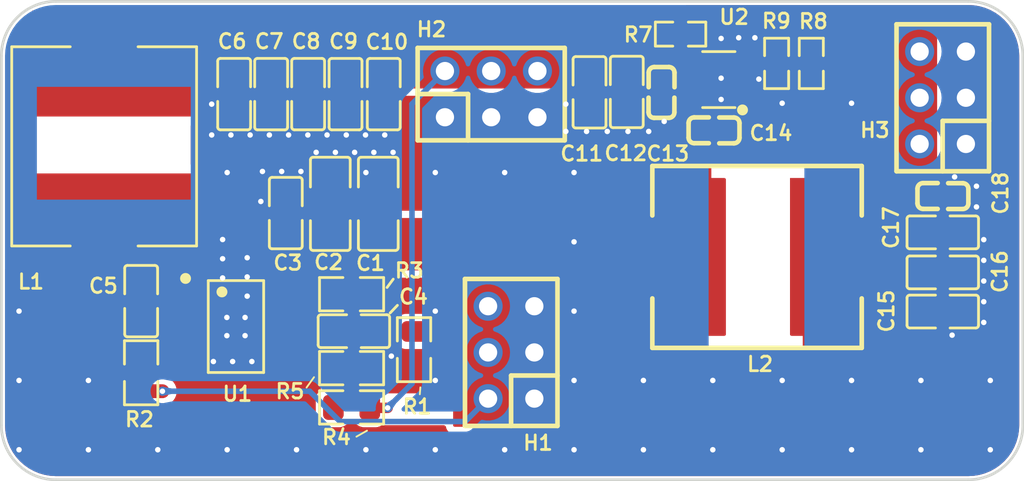
<source format=kicad_pcb>
(kicad_pcb (version 20240108) (generator "pcbnew") (generator_version "8.0")
  (layers (0 "F.Cu" signal "Top Layer") (31 "B.Cu" signal "Bottom Layer") (34 "B.Paste" user "Bottom Paste") (35 "F.Paste" user "Top Paste") (36 "B.SilkS" user "Bottom Overlay") (37 "F.SilkS" user "Top Overlay") (38 "B.Mask" user "Bottom Solder") (39 "F.Mask" user "Top Solder") (44 "Edge.Cuts" user))
  (net 0 "")
  (net 1 "+24V")
  (net 2 "GND")
  (net 3 "/RT7272_COMP")
  (net 4 "/RT7272_SW")
  (net 5 "/RT7272_BOOT")
  (net 6 "+12V")
  (net 7 "/MT2492_BS")
  (net 8 "/MT2492_SW")
  (net 9 "+5V")
  (net 10 "/RT7272_EN")
  (net 11 "/RT7272_RLIM")
  (net 12 "/RT7272_FB")
  (net 13 "/MT2492_EN")
  (net 14 "/MT2492_FB")
  (net 15 "/1")
  (footprint "jlc_library:C0805" (layer "F.Cu") (at 78.9479 82.2911 -90)
    (property "Reference" "C6" (at -2.43 0.99 180) (layer "F.SilkS") (effects (font (size 0.8 0.8) (thickness 0.1525)) (justify left bottom)))
    (property "Value" "22uF/X7R" (hide yes))
    (pad "1" smd roundrect (at -1 0 270) (size 1.41 1.35) (layers "F.Cu" "F.Paste" "F.Mask") (net 6 "+12V"))
    (pad "2" smd roundrect (at 1 0 270) (size 1.41 1.35) (layers "F.Cu" "F.Paste" "F.Mask") (net 2 "GND"))
  )
  (footprint "jlc_library:HDR-TH_6P-P2.54-V-F-R2-C3-S2.54" (layer "F.Cu") (at 93.0644 82.2921)
    (property "Reference" "H2" (at -4.18 -3.09 0) (layer "F.SilkS") (effects (font (size 0.8 0.8) (thickness 0.1525)) (justify left bottom)))
    (property "Value" "~" (hide yes))
    (pad "1" thru_hole rect (at -2.54 1.27) (size 1.7 1.6) (drill 1) (layers "*.Cu" "*.Mask") (net 2 "GND"))
    (pad "2" thru_hole circle (at -2.54 -1.27) (size 1.6 1.6) (drill 1) (layers "*.Cu" "*.Mask") (net 6 "+12V"))
    (pad "3" thru_hole circle (at 0 1.27) (size 1.6 1.6) (drill 1) (layers "*.Cu" "*.Mask") (net 2 "GND"))
    (pad "4" thru_hole circle (at 0 -1.27) (size 1.6 1.6) (drill 1) (layers "*.Cu" "*.Mask") (net 6 "+12V"))
    (pad "5" thru_hole circle (at 2.54 1.27) (size 1.6 1.6) (drill 1) (layers "*.Cu" "*.Mask") (net 2 "GND"))
    (pad "6" thru_hole circle (at 2.54 -1.27) (size 1.6 1.6) (drill 1) (layers "*.Cu" "*.Mask") (net 6 "+12V"))
  )
  (footprint "jlc_library:R0603" (layer "F.Cu") (at 103.4644 78.9921)
    (property "Reference" "R7" (at -3.21 0.5 0) (layer "F.SilkS") (effects (font (size 0.8 0.8) (thickness 0.1525)) (justify left bottom)))
    (property "Value" "100KΩ" (hide yes))
    (pad "1" smd roundrect (at -0.7535 0) (size 0.8065 0.864) (layers "F.Cu" "F.Paste" "F.Mask") (net 6 "+12V"))
    (pad "2" smd roundrect (at 0.7535 0) (size 0.8065 0.864) (layers "F.Cu" "F.Paste" "F.Mask") (net 13 "/MT2492_EN"))
  )
  (footprint "jlc_library:C0805" (layer "F.Cu") (at 81.7844 88.831323 -90)
    (property "Reference" "C3" (at 3.200777 0.77 180) (layer "F.SilkS") (effects (font (size 0.8 0.8) (thickness 0.1525)) (justify left bottom)))
    (property "Value" "100nF/X7R" (hide yes))
    (pad "1" smd roundrect (at -1 0 270) (size 1.41 1.35) (layers "F.Cu" "F.Paste" "F.Mask") (net 2 "GND"))
    (pad "2" smd roundrect (at 1 0 270) (size 1.41 1.35) (layers "F.Cu" "F.Paste" "F.Mask") (net 1 "+24V"))
  )
  (footprint "jlc_library:C0805" (layer "F.Cu") (at 100.5104 82.1723 90)
    (property "Reference" "C12" (at -3.8398 -1.316 0) (layer "F.SilkS") (effects (font (size 0.8 0.8) (thickness 0.1525)) (justify left bottom)))
    (property "Value" "22uF/X7R" (hide yes))
    (pad "1" smd roundrect (at -1 0 90) (size 1.41 1.35) (layers "F.Cu" "F.Paste" "F.Mask") (net 2 "GND"))
    (pad "2" smd roundrect (at 1 0 90) (size 1.41 1.35) (layers "F.Cu" "F.Paste" "F.Mask") (net 6 "+12V"))
  )
  (footprint "jlc_library:SOIC-8_L5.0-W4.0-P1.27-LS6.0-BL-EP2.0" (layer "F.Cu") (at 79.0479 95.0691 -90)
    (property "Reference" "U1" (at 4.173 0.8235 0) (layer "F.SilkS") (effects (font (size 0.8 0.8) (thickness 0.1525)) (justify left bottom)))
    (property "Value" "~" (hide yes))
    (pad "1" smd oval (at -1.905 2.769 270) (size 0.574 2.038) (layers "F.Cu" "F.Paste" "F.Mask") (net 4 "/RT7272_SW"))
    (pad "2" smd oval (at -0.635 2.769 270) (size 0.574 2.038) (layers "F.Cu" "F.Paste" "F.Mask") (net 5 "/RT7272_BOOT"))
    (pad "3" smd oval (at 0.635 2.769 270) (size 0.574 2.038) (layers "F.Cu" "F.Paste" "F.Mask") (net 10 "/RT7272_EN"))
    (pad "4" smd oval (at 1.905 2.769 270) (size 0.574 2.038) (layers "F.Cu" "F.Paste" "F.Mask") (net 2 "GND"))
    (pad "5" smd oval (at 1.905 -2.769 270) (size 0.574 2.038) (layers "F.Cu" "F.Paste" "F.Mask") (net 12 "/RT7272_FB"))
    (pad "6" smd oval (at 0.635 -2.769 270) (size 0.574 2.038) (layers "F.Cu" "F.Paste" "F.Mask") (net 3 "/RT7272_COMP"))
    (pad "7" smd oval (at -0.635 -2.769 270) (size 0.574 2.038) (layers "F.Cu" "F.Paste" "F.Mask") (net 11 "/RT7272_RLIM"))
    (pad "8" smd oval (at -1.905 -2.769 270) (size 0.574 2.038) (layers "F.Cu" "F.Paste" "F.Mask") (net 1 "+24V"))
    (pad "9" smd rect (at 0 0 270) (size 2 2) (layers "F.Cu" "F.Paste" "F.Mask") (net 2 "GND"))
  )
  (footprint "jlc_library:C0805" (layer "F.Cu") (at 117.8644 94.244516 180)
    (property "Reference" "C15" (at 2.62 -1.237584 90) (layer "F.SilkS") (effects (font (size 0.8 0.8) (thickness 0.1525)) (justify left bottom)))
    (property "Value" "22uF/X7R" (hide yes))
    (pad "1" smd roundrect (at -1 0 180) (size 1.41 1.35) (layers "F.Cu" "F.Paste" "F.Mask") (net 2 "GND"))
    (pad "2" smd roundrect (at 1 0 180) (size 1.41 1.35) (layers "F.Cu" "F.Paste" "F.Mask") (net 9 "+5V"))
  )
  (footprint "jlc_library:R0805" (layer "F.Cu") (at 85.3979 99.5141)
    (property "Reference" "R4" (at -1.7135 2.108 0) (layer "F.SilkS") (effects (font (size 0.8 0.8) (thickness 0.1525)) (justify left bottom)))
    (property "Value" "70kΩ 1%" (hide yes))
    (pad "1" smd roundrect (at -1 0) (size 1.1325 1.377) (layers "F.Cu" "F.Paste" "F.Mask") (net 12 "/RT7272_FB"))
    (pad "2" smd roundrect (at 1 0) (size 1.1325 1.377) (layers "F.Cu" "F.Paste" "F.Mask") (net 6 "+12V"))
  )
  (footprint "jlc_library:C0603" (layer "F.Cu") (at 105.3104 84.2861)
    (property "Reference" "C14" (at 1.854 0.616 0) (layer "F.SilkS") (effects (font (size 0.8 0.8) (thickness 0.1525)) (justify left bottom)))
    (property "Value" "22nF" (hide yes))
    (pad "1" smd roundrect (at -0.7 0) (size 0.8 0.9) (layers "F.Cu" "F.Paste" "F.Mask") (net 8 "/MT2492_SW"))
    (pad "2" smd roundrect (at 0.7 0) (size 0.8 0.9) (layers "F.Cu" "F.Paste" "F.Mask") (net 7 "/MT2492_BS"))
  )
  (footprint "jlc_library:C0603" (layer "F.Cu") (at 117.8644 87.8921 180)
    (property "Reference" "C18" (at -3.64 -1.11 -90) (layer "F.SilkS") (effects (font (size 0.8 0.8) (thickness 0.1525)) (justify left bottom)))
    (property "Value" "100nF" (hide yes))
    (pad "1" smd roundrect (at -0.7 0 180) (size 0.8 0.9) (layers "F.Cu" "F.Paste" "F.Mask") (net 2 "GND"))
    (pad "2" smd roundrect (at 0.7 0 180) (size 0.8 0.9) (layers "F.Cu" "F.Paste" "F.Mask") (net 9 "+5V"))
  )
  (footprint "jlc_library:HDR-TH_6P-P2.54-V-F-R2-C3-S2.54" (layer "F.Cu") (at 117.8644 82.4921 90)
    (property "Reference" "H3" (at -2.25 -4.63 180) (layer "F.SilkS") (effects (font (size 0.8 0.8) (thickness 0.1525)) (justify left bottom)))
    (property "Value" "~" (hide yes))
    (pad "1" thru_hole rect (at -2.54 1.27 90) (size 1.7 1.6) (drill 1) (layers "*.Cu" "*.Mask") (net 2 "GND"))
    (pad "2" thru_hole circle (at -2.54 -1.27 90) (size 1.6 1.6) (drill 1) (layers "*.Cu" "*.Mask") (net 9 "+5V"))
    (pad "3" thru_hole circle (at 0 1.27 90) (size 1.6 1.6) (drill 1) (layers "*.Cu" "*.Mask") (net 2 "GND"))
    (pad "4" thru_hole circle (at 0 -1.27 90) (size 1.6 1.6) (drill 1) (layers "*.Cu" "*.Mask") (net 9 "+5V"))
    (pad "5" thru_hole circle (at 2.54 1.27 90) (size 1.6 1.6) (drill 1) (layers "*.Cu" "*.Mask") (net 2 "GND"))
    (pad "6" thru_hole circle (at 2.54 -1.27 90) (size 1.6 1.6) (drill 1) (layers "*.Cu" "*.Mask") (net 9 "+5V"))
  )
  (footprint "jlc_library:R0805" (layer "F.Cu") (at 73.8409 97.6091 90)
    (property "Reference" "R2" (at -3.033 -0.9765 180) (layer "F.SilkS") (effects (font (size 0.8 0.8) (thickness 0.1525)) (justify left bottom)))
    (property "Value" "100kΩ" (hide yes))
    (pad "1" smd roundrect (at -1 0 90) (size 1.1325 1.377) (layers "F.Cu" "F.Paste" "F.Mask") (net 1 "+24V"))
    (pad "2" smd roundrect (at 1 0 90) (size 1.1325 1.377) (layers "F.Cu" "F.Paste" "F.Mask") (net 10 "/RT7272_EN"))
  )
  (footprint "jlc_library:SOT-23-6_L2.9-W1.6-P0.95-LS2.8-BL" (layer "F.Cu") (at 105.5644 81.4921 90)
    (property "Reference" "U2" (at 2.97 -0.06 180) (layer "F.SilkS") (effects (font (size 0.8 0.8) (thickness 0.1525)) (justify left bottom)))
    (property "Value" "~" (hide yes))
    (pad "1" smd roundrect (at -0.95 1.149 90) (size 0.532 1.072) (layers "F.Cu" "F.Paste" "F.Mask") (net 7 "/MT2492_BS"))
    (pad "2" smd roundrect (at 0 1.149 90) (size 0.532 1.072) (layers "F.Cu" "F.Paste" "F.Mask") (net 2 "GND"))
    (pad "3" smd roundrect (at 0.95 1.149 90) (size 0.532 1.072) (layers "F.Cu" "F.Paste" "F.Mask") (net 14 "/MT2492_FB"))
    (pad "4" smd roundrect (at 0.95 -1.149 90) (size 0.532 1.072) (layers "F.Cu" "F.Paste" "F.Mask") (net 13 "/MT2492_EN"))
    (pad "5" smd roundrect (at 0 -1.149 90) (size 0.532 1.072) (layers "F.Cu" "F.Paste" "F.Mask") (net 6 "+12V"))
    (pad "6" smd roundrect (at -0.95 -1.149 90) (size 0.532 1.072) (layers "F.Cu" "F.Paste" "F.Mask") (net 8 "/MT2492_SW"))
  )
  (footprint "jlc_library:C0805" (layer "F.Cu") (at 98.4644 82.1921 90)
    (property "Reference" "C11" (at -3.84 -1.69 0) (layer "F.SilkS") (effects (font (size 0.8 0.8) (thickness 0.1525)) (justify left bottom)))
    (property "Value" "22uF/X7R" (hide yes))
    (pad "1" smd roundrect (at -1 0 90) (size 1.41 1.35) (layers "F.Cu" "F.Paste" "F.Mask") (net 2 "GND"))
    (pad "2" smd roundrect (at 1 0 90) (size 1.41 1.35) (layers "F.Cu" "F.Paste" "F.Mask") (net 6 "+12V"))
  )
  (footprint "jlc_library:C0805" (layer "F.Cu") (at 83.0119 82.2911 -90)
    (property "Reference" "C8" (at -2.43 0.99 180) (layer "F.SilkS") (effects (font (size 0.8 0.8) (thickness 0.1525)) (justify left bottom)))
    (property "Value" "22uF/X7R" (hide yes))
    (pad "1" smd roundrect (at -1 0 270) (size 1.41 1.35) (layers "F.Cu" "F.Paste" "F.Mask") (net 6 "+12V"))
    (pad "2" smd roundrect (at 1 0 270) (size 1.41 1.35) (layers "F.Cu" "F.Paste" "F.Mask") (net 2 "GND"))
  )
  (footprint "jlc_library:R0603" (layer "F.Cu") (at 110.6444 80.6031 -90)
    (property "Reference" "R8" (at -1.841 0.77 0) (layer "F.SilkS") (effects (font (size 0.8 0.8) (thickness 0.1525)) (justify left bottom)))
    (property "Value" "147kΩ 1%" (hide yes))
    (pad "1" smd roundrect (at -0.7535 0 270) (size 0.8065 0.864) (layers "F.Cu" "F.Paste" "F.Mask") (net 14 "/MT2492_FB"))
    (pad "2" smd roundrect (at 0.7535 0 270) (size 0.8065 0.864) (layers "F.Cu" "F.Paste" "F.Mask") (net 9 "+5V"))
  )
  (footprint "jlc_library:C0805" (layer "F.Cu") (at 117.8644 92.0921 180)
    (property "Reference" "C16" (at -3.6 -1.22 90) (layer "F.SilkS") (effects (font (size 0.8 0.8) (thickness 0.1525)) (justify left bottom)))
    (property "Value" "22uF/X7R" (hide yes))
    (pad "1" smd roundrect (at -1 0 180) (size 1.41 1.35) (layers "F.Cu" "F.Paste" "F.Mask") (net 2 "GND"))
    (pad "2" smd roundrect (at 1 0 180) (size 1.41 1.35) (layers "F.Cu" "F.Paste" "F.Mask") (net 9 "+5V"))
  )
  (footprint "jlc_library:C0805" (layer "F.Cu") (at 85.0644 82.2921 -90)
    (property "Reference" "C9" (at -2.43 0.99 180) (layer "F.SilkS") (effects (font (size 0.8 0.8) (thickness 0.1525)) (justify left bottom)))
    (property "Value" "22uF/X7R" (hide yes))
    (pad "1" smd roundrect (at -1 0 270) (size 1.41 1.35) (layers "F.Cu" "F.Paste" "F.Mask") (net 6 "+12V"))
    (pad "2" smd roundrect (at 1 0 270) (size 1.41 1.35) (layers "F.Cu" "F.Paste" "F.Mask") (net 2 "GND"))
  )
  (footprint "jlc_library:IND-SMD_L11.5-W10.0_FXL1040" (layer "F.Cu") (at 107.6644 91.2421)
    (property "Reference" "L2" (at -0.64 6.36 0) (layer "F.SilkS") (effects (font (size 0.8 0.8)) (justify left bottom)))
    (property "Value" "15uH" (hide yes))
    (pad "1" smd roundrect (at -4.75 0) (size 4.1 4.1) (layers "F.Cu" "F.Paste" "F.Mask") (net 8 "/MT2492_SW"))
    (pad "2" smd roundrect (at 4.75 0) (size 4.1 4.1) (layers "F.Cu" "F.Paste" "F.Mask") (net 9 "+5V"))
  )
  (footprint "jlc_library:C0805" (layer "F.Cu") (at 80.9799 82.2911 -90)
    (property "Reference" "C7" (at -2.43 0.99 180) (layer "F.SilkS") (effects (font (size 0.8 0.8) (thickness 0.1525)) (justify left bottom)))
    (property "Value" "22uF/X7R" (hide yes))
    (pad "1" smd roundrect (at -1 0 270) (size 1.41 1.35) (layers "F.Cu" "F.Paste" "F.Mask") (net 6 "+12V"))
    (pad "2" smd roundrect (at 1 0 270) (size 1.41 1.35) (layers "F.Cu" "F.Paste" "F.Mask") (net 2 "GND"))
  )
  (footprint "jlc_library:IND-SMD_L10.8-W10.0_SLO1040H" (layer "F.Cu") (at 71.8089 85.1631 -90)
    (property "Reference" "L1" (at 7.909 4.8245 0) (layer "F.SilkS") (effects (font (size 0.8 0.8)) (justify left bottom)))
    (property "Value" "15uH" (hide yes))
    (pad "1" smd roundrect (at 4.778 0 270) (size 2.924 3.42) (layers "F.Cu" "F.Paste" "F.Mask") (net 4 "/RT7272_SW"))
    (pad "2" smd roundrect (at -4.778 0 270) (size 2.924 3.42) (layers "F.Cu" "F.Paste" "F.Mask") (net 6 "+12V"))
  )
  (footprint "jlc_library:R0805" (layer "F.Cu") (at 85.3979 97.3551 180)
    (property "Reference" "R5" (at 4.2635 -1.747 180) (layer "F.SilkS") (effects (font (size 0.8 0.8) (thickness 0.1525)) (justify left bottom)))
    (property "Value" "5kΩ 1%" (hide yes))
    (pad "1" smd roundrect (at -1 0 180) (size 1.1325 1.377) (layers "F.Cu" "F.Paste" "F.Mask") (net 2 "GND"))
    (pad "2" smd roundrect (at 1 0 180) (size 1.1325 1.377) (layers "F.Cu" "F.Paste" "F.Mask") (net 12 "/RT7272_FB"))
  )
  (footprint "jlc_library:C1206" (layer "F.Cu") (at 84.2299 88.323323 90)
    (property "Reference" "C2" (at -3.678777 -0.9755 180) (layer "F.SilkS") (effects (font (size 0.8 0.8) (thickness 0.1525)) (justify left bottom)))
    (property "Value" "22uF/X7R" (hide yes))
    (pad "1" smd roundrect (at -1.5925 0 90) (size 1.485 1.728) (layers "F.Cu" "F.Paste" "F.Mask") (net 1 "+24V"))
    (pad "2" smd roundrect (at 1.5925 0 90) (size 1.485 1.728) (layers "F.Cu" "F.Paste" "F.Mask") (net 2 "GND"))
  )
  (footprint "jlc_library:C1206" (layer "F.Cu") (at 86.8644 88.323323 90)
    (property "Reference" "C1" (at -3.728777 -1.31 180) (layer "F.SilkS") (effects (font (size 0.8 0.8) (thickness 0.1525)) (justify left bottom)))
    (property "Value" "22uF/X7R" (hide yes))
    (pad "1" smd roundrect (at -1.5925 0 90) (size 1.485 1.728) (layers "F.Cu" "F.Paste" "F.Mask") (net 1 "+24V"))
    (pad "2" smd roundrect (at 1.5925 0 90) (size 1.485 1.728) (layers "F.Cu" "F.Paste" "F.Mask") (net 2 "GND"))
  )
  (footprint "jlc_library:R0603" (layer "F.Cu") (at 108.7394 80.6031 90)
    (property "Reference" "R9" (at 1.861 -0.895 180) (layer "F.SilkS") (effects (font (size 0.8 0.8) (thickness 0.1525)) (justify left bottom)))
    (property "Value" "20kΩ 1%" (hide yes))
    (pad "1" smd roundrect (at -0.7535 0 90) (size 0.8065 0.864) (layers "F.Cu" "F.Paste" "F.Mask") (net 2 "GND"))
    (pad "2" smd roundrect (at 0.7535 0 90) (size 0.8065 0.864) (layers "F.Cu" "F.Paste" "F.Mask") (net 14 "/MT2492_FB"))
  )
  (footprint "jlc_library:C0603" (layer "F.Cu") (at 102.4218 82.1921 90)
    (property "Reference" "C13" (at -3.84 -0.9174 180) (layer "F.SilkS") (effects (font (size 0.8 0.8) (thickness 0.1525)) (justify left bottom)))
    (property "Value" "100nF" (hide yes))
    (pad "1" smd roundrect (at -0.7 0 90) (size 0.8 0.9) (layers "F.Cu" "F.Paste" "F.Mask") (net 2 "GND"))
    (pad "2" smd roundrect (at 0.7 0 90) (size 0.8 0.9) (layers "F.Cu" "F.Paste" "F.Mask") (net 6 "+12V"))
  )
  (footprint "jlc_library:C0805" (layer "F.Cu") (at 87.1644 82.2921 -90)
    (property "Reference" "C10" (at -2.4 1.09 180) (layer "F.SilkS") (effects (font (size 0.8 0.8) (thickness 0.1525)) (justify left bottom)))
    (property "Value" "100nF/X7R" (hide yes))
    (pad "1" smd roundrect (at -1 0 270) (size 1.41 1.35) (layers "F.Cu" "F.Paste" "F.Mask") (net 6 "+12V"))
    (pad "2" smd roundrect (at 1 0 270) (size 1.41 1.35) (layers "F.Cu" "F.Paste" "F.Mask") (net 2 "GND"))
  )
  (footprint "jlc_library:R0805" (layer "F.Cu") (at 85.3979 93.2911 180)
    (property "Reference" "R3" (at -2.2865 0.829 180) (layer "F.SilkS") (effects (font (size 0.8 0.8) (thickness 0.1525)) (justify left bottom)))
    (property "Value" "137kΩ" (hide yes))
    (pad "1" smd roundrect (at -1 0 180) (size 1.1325 1.377) (layers "F.Cu" "F.Paste" "F.Mask") (net 2 "GND"))
    (pad "2" smd roundrect (at 1 0 180) (size 1.1325 1.377) (layers "F.Cu" "F.Paste" "F.Mask") (net 11 "/RT7272_RLIM"))
  )
  (footprint "jlc_library:C0805" (layer "F.Cu") (at 117.8644 89.8921 180)
    (property "Reference" "C17" (at 2.37 -1 -90) (layer "F.SilkS") (effects (font (size 0.8 0.8) (thickness 0.1525)) (justify left bottom)))
    (property "Value" "22uF/X7R" (hide yes))
    (pad "1" smd roundrect (at -1 0 180) (size 1.41 1.35) (layers "F.Cu" "F.Paste" "F.Mask") (net 2 "GND"))
    (pad "2" smd roundrect (at 1 0 180) (size 1.41 1.35) (layers "F.Cu" "F.Paste" "F.Mask") (net 9 "+5V"))
  )
  (footprint "jlc_library:R0805" (layer "F.Cu") (at 88.8269 96.3391 90)
    (property "Reference" "R1" (at -3.603 -0.7125 180) (layer "F.SilkS") (effects (font (size 0.8 0.8) (thickness 0.1525)) (justify left bottom)))
    (property "Value" "47kΩ" (hide yes))
    (pad "1" smd roundrect (at -1 0 90) (size 1.1325 1.377) (layers "F.Cu" "F.Paste" "F.Mask") (net 2 "GND"))
    (pad "2" smd roundrect (at 1 0 90) (size 1.1325 1.377) (layers "F.Cu" "F.Paste" "F.Mask") (net 15 "/1"))
  )
  (footprint "jlc_library:C0805" (layer "F.Cu") (at 85.5249 95.3231 180)
    (property "Reference" "C4" (at -2.389833 1.422083 180) (layer "F.SilkS") (effects (font (size 0.8 0.8) (thickness 0.1525)) (justify left bottom)))
    (property "Value" "2.7nF/X7R" (hide yes))
    (pad "1" smd roundrect (at -1 0 180) (size 1.41 1.35) (layers "F.Cu" "F.Paste" "F.Mask") (net 15 "/1"))
    (pad "2" smd roundrect (at 1 0 180) (size 1.41 1.35) (layers "F.Cu" "F.Paste" "F.Mask") (net 3 "/RT7272_COMP"))
  )
  (footprint "jlc_library:C0805" (layer "F.Cu") (at 73.8409 93.6721 -90)
    (property "Reference" "C5" (at -0.37 2.9565 180) (layer "F.SilkS") (effects (font (size 0.8 0.8) (thickness 0.1525)) (justify left bottom)))
    (property "Value" "100nF/X7R" (hide yes))
    (pad "1" smd roundrect (at -1 0 270) (size 1.41 1.35) (layers "F.Cu" "F.Paste" "F.Mask") (net 4 "/RT7272_SW"))
    (pad "2" smd roundrect (at 1 0 270) (size 1.41 1.35) (layers "F.Cu" "F.Paste" "F.Mask") (net 5 "/RT7272_BOOT"))
  )
  (footprint "jlc_library:HDR-TH_6P-P2.54-V-F-R2-C3-S2.54" (layer "F.Cu") (at 94.1644 96.4921 90)
    (property "Reference" "H1" (at -5.44 0.57 180) (layer "F.SilkS") (effects (font (size 0.8 0.8) (thickness 0.1525)) (justify left bottom)))
    (property "Value" "~" (hide yes))
    (pad "1" thru_hole rect (at -2.54 1.27 90) (size 1.7 1.6) (drill 1) (layers "*.Cu" "*.Mask") (net 2 "GND"))
    (pad "2" thru_hole circle (at -2.54 -1.27 90) (size 1.6 1.6) (drill 1) (layers "*.Cu" "*.Mask") (net 1 "+24V"))
    (pad "3" thru_hole circle (at 0 1.27 90) (size 1.6 1.6) (drill 1) (layers "*.Cu" "*.Mask") (net 2 "GND"))
    (pad "4" thru_hole circle (at 0 -1.27 90) (size 1.6 1.6) (drill 1) (layers "*.Cu" "*.Mask") (net 1 "+24V"))
    (pad "5" thru_hole circle (at 2.54 1.27 90) (size 1.6 1.6) (drill 1) (layers "*.Cu" "*.Mask") (net 2 "GND"))
    (pad "6" thru_hole circle (at 2.54 -1.27 90) (size 1.6 1.6) (drill 1) (layers "*.Cu" "*.Mask") (net 1 "+24V"))
  )
  (gr_rect (start 80.7644 89.1921) (end 82.8644 93.4921) (stroke (width 0.18)) (fill solid) (layer "F.Cu") (net 1))
  (gr_poly (pts (xy 76.9044 90.5621) (xy 73.3329 88.0841) (xy 69.7769 88.0841) (xy 69.2689 88.5921) (xy 69.2689 92.6561) (xy 70.3611 93.7483) (xy 77.3969 93.7483)) (fill solid) (layer "F.Cu") (net 4))
  (gr_rect (start 91.0644 89.1921) (end 94.0644 100.4921) (stroke (width 0.18)) (fill solid) (layer "F.Cu") (net 1))
  (gr_rect (start 67.9344 77.7921) (end 79.8144 81.8921) (stroke (width 0.18)) (fill solid) (layer "F.Cu") (net 6))
  (gr_rect (start 66.9944 78.9721) (end 76.9744 83.4221) (stroke (width 0.2)) (fill solid) (layer "F.Cu") (net 6))
  (gr_rect (start 103.5644 82.1921) (end 105.0644 87.8921) (stroke (width 0.18)) (fill solid) (layer "F.Cu") (net 8))
  (gr_poly (pts (xy 103.8044 81.2121) (xy 103.2044 80.4121) (xy 102.7044 80.4121) (xy 102.7044 81.5121) (xy 103.8044 81.5121)) (stroke (width 0.18)) (fill solid) (layer "F.Cu") (net 6))
  (gr_rect (start 109.5644 86.9921) (end 114.5344 95.4921) (stroke (width 0.18)) (fill solid) (layer "F.Cu") (net 9))
  (gr_rect (start 100.3644 81.1921) (end 105.0644 81.7921) (stroke (width 0.18)) (fill solid) (layer "F.Cu") (net 6))
  (gr_rect (start 100.8144 86.9921) (end 105.8644 95.4921) (stroke (width 0.18)) (fill solid) (layer "F.Cu") (net 8))
  (gr_rect (start 78.1644 79.8921) (end 88.1644 81.8921) (stroke (width 0.18)) (fill solid) (layer "F.Cu") (net 6))
  (gr_rect (start 115.4644 78.3921) (end 117.4644 96.2921) (stroke (width 0.18)) (fill solid) (layer "F.Cu") (net 9))
  (gr_rect (start 86.3644 77.7921) (end 103.2644 81.8921) (stroke (width 0.18)) (fill solid) (layer "F.Cu") (net 6))
  (gr_rect (start 110.2644 89.1921) (end 117.4644 96.2921) (stroke (width 0.18)) (fill solid) (layer "F.Cu") (net 9))
  (gr_rect (start 80.7644 89.1921) (end 94.0644 91.8921) (stroke (width 0.18)) (fill solid) (layer "F.Cu") (net 1))
  (gr_rect (start 66.7444 86.7521) (end 76.9044 91.3721) (stroke (width 0.2)) (fill solid) (layer "F.Cu") (net 4))
  (gr_line (start 87.3444 92.9221) (end 87.6844 92.4621) (stroke (width 0.15)) (layer "F.SilkS"))
  (gr_line (start 89.1444 98.7921) (end 89.1744 98.4121) (stroke (width 0.1)) (layer "F.SilkS"))
  (gr_line (start 82.9244 98.4221) (end 83.3344 97.8521) (stroke (width 0.1)) (layer "F.SilkS"))
  (gr_line (start 87.514067 94.323183) (end 87.914733 93.901017) (stroke (width 0.15)) (layer "F.SilkS"))
  (gr_line (start 86.2444 100.7921) (end 85.6644 101.1221) (stroke (width 0.1)) (layer "F.SilkS"))
  (gr_line (start 119.2644 103.4921) (end 69.1644 103.4921) (stroke (width 0.15)) (layer "Edge.Cuts"))
  (gr_line (start 69.1644 77.1921) (end 119.2644 77.1921) (stroke (width 0.15)) (layer "Edge.Cuts"))
  (gr_arc (start 66.1644 80.1921) (mid 67.04308 78.07078) (end 69.1644 77.1921) (stroke (width 0.15)) (layer "Edge.Cuts"))
  (gr_line (start 66.1644 100.4921) (end 66.1644 80.1921) (stroke (width 0.15)) (layer "Edge.Cuts"))
  (gr_arc (start 122.2644 100.4921) (mid 121.38572 102.61342) (end 119.2644 103.4921) (stroke (width 0.15)) (layer "Edge.Cuts"))
  (gr_line (start 122.2644 80.1921) (end 122.2644 100.4921) (stroke (width 0.15)) (layer "Edge.Cuts"))
  (gr_arc (start 69.1644 103.4921) (mid 67.04308 102.61342) (end 66.1644 100.4921) (stroke (width 0.15)) (layer "Edge.Cuts"))
  (gr_arc (start 119.2644 77.1921) (mid 121.38572 78.07078) (end 122.2644 80.1921) (stroke (width 0.15)) (layer "Edge.Cuts"))
  (segment (start 73.8409 98.60915) (end 73.85685 98.6251) (width 0.762) (layer "F.Cu") (net 1))
  (segment (start 73.85685 98.6251) (end 75.0093 98.6251) (width 0.762) (layer "F.Cu") (net 1))
  (via (at 75.0093 98.6251) (size 0.5) (drill 0.3) (layers "F.Cu" "B.Cu") (net 1))
  (segment (start 91.6344 100.2921) (end 92.8944 99.0321) (width 0.3048) (layer "B.Cu") (net 1))
  (segment (start 75.0093 98.6251) (end 83.0974 98.6251) (width 0.3048) (layer "B.Cu") (net 1))
  (segment (start 83.0974 98.6251) (end 84.7644 100.2921) (width 0.3048) (layer "B.Cu") (net 1))
  (segment (start 84.7644 100.2921) (end 91.6344 100.2921) (width 0.3048) (layer "B.Cu") (net 1))
  (segment (start 102.0228 83.2911) (end 102.4218 82.8921) (width 1) (layer "F.Cu") (net 2))
  (segment (start 95.4344 99.0321) (end 95.4344 83.7321) (width 1) (layer "F.Cu") (net 2))
  (segment (start 89.98585 97.33915) (end 90.3509 96.9741) (width 0.57399) (layer "F.Cu") (net 2))
  (segment (start 90.3509 96.9741) (end 90.3509 93.9261) (width 0.57399) (layer "F.Cu") (net 2))
  (segment (start 119.1344 93.0921) (end 119.1344 96.1721) (width 1) (layer "F.Cu") (net 2))
  (segment (start 89.7159 93.2911) (end 90.3509 93.9261) (width 0.57399) (layer "F.Cu") (net 2))
  (segment (start 81.7844 87.831323) (end 86.255177 87.831323) (width 1) (layer "F.Cu") (net 2))
  (segment (start 86.255177 87.831323) (end 90.5244 83.5621) (width 1) (layer "F.Cu") (net 2))
  (segment (start 119.1344 96.1721) (end 116.2744 99.0321) (width 1) (layer "F.Cu") (net 2))
  (segment (start 107.7136 81.4159) (end 107.7644 81.4667) (width 0.5) (layer "F.Cu") (net 2))
  (segment (start 88.81095 97.3551) (end 88.8269 97.33915) (width 0.57399) (layer "F.Cu") (net 2))
  (segment (start 116.2744 99.0321) (end 95.4344 99.0321) (width 1) (layer "F.Cu") (net 2))
  (segment (start 107.7644 81.4667) (end 107.7644 81.4921) (width 0.5) (layer "F.Cu") (net 2))
  (segment (start 86.39795 97.3551) (end 88.81095 97.3551) (width 0.57399) (layer "F.Cu") (net 2))
  (segment (start 105.6914 81.4159) (end 105.6914 79.2315) (width 0.5) (layer "F.Cu") (net 2))
  (segment (start 105.6914 81.4159) (end 107.7136 81.4159) (width 0.5) (layer "F.Cu") (net 2))
  (segment (start 95.4344 83.7321) (end 95.6044 83.5621) (width 1) (layer "F.Cu") (net 2))
  (segment (start 105.6914 82.5843) (end 105.6914 81.4159) (width 0.5) (layer "F.Cu") (net 2))
  (segment (start 79.0479 89.2086) (end 80.425177 87.831323) (width 1) (layer "F.Cu") (net 2))
  (segment (start 86.39795 93.2911) (end 89.7159 93.2911) (width 0.57399) (layer "F.Cu") (net 2))
  (segment (start 107.7644 81.4921) (end 109.0644 82.7921) (width 0.5) (layer "F.Cu") (net 2))
  (segment (start 78.9479 83.2911) (end 102.0228 83.2911) (width 1) (layer "F.Cu") (net 2))
  (segment (start 119.1344 79.9521) (end 119.1344 93.0921) (width 1) (layer "F.Cu") (net 2))
  (segment (start 109.0644 82.7921) (end 112.8544 82.7921) (width 0.5) (layer "F.Cu") (net 2))
  (segment (start 80.425177 87.831323) (end 81.7844 87.831323) (width 1) (layer "F.Cu") (net 2))
  (segment (start 119.1344 93.0921) (end 119.1344 93.974516) (width 1) (layer "F.Cu") (net 2))
  (segment (start 79.0479 95.0691) (end 79.0479 89.2086) (width 1) (layer "F.Cu") (net 2))
  (segment (start 88.8269 97.33915) (end 89.98585 97.33915) (width 0.57399) (layer "F.Cu") (net 2))
  (segment (start 119.1344 93.974516) (end 118.8644 94.244516) (width 1) (layer "F.Cu") (net 2))
  (via (at 89.9944 86.6021) (size 0.5) (drill 0.3) (layers "F.Cu" "B.Cu") (net 2))
  (via (at 84.508384 85.4921) (size 0.5) (drill 0.3) (layers "F.Cu" "B.Cu") (net 2))
  (via (at 78.8644 96.9921) (size 0.5) (drill 0.3) (layers "F.Cu" "B.Cu") (net 2))
  (via (at 78.3144 91.3421) (size 0.5) (drill 0.3) (layers "F.Cu" "B.Cu") (net 2))
  (via (at 101.4244 101.8421) (size 0.5) (drill 0.3) (layers "F.Cu" "B.Cu") (net 2))
  (via (at 101.7144 84.3421) (size 0.5) (drill 0.3) (layers "F.Cu" "B.Cu") (net 2))
  (via (at 78.54777 95.56923) (size 0.5) (drill 0.3) (layers "F.Cu" "B.Cu") (net 2))
  (via (at 120.1144 93.7046) (size 0.5) (drill 0.3) (layers "F.Cu" "B.Cu") (net 2))
  (via (at 86.620416 85.4921) (size 0.5) (drill 0.3) (layers "F.Cu" "B.Cu") (net 2))
  (via (at 80.4144 88.1921) (size 0.5) (drill 0.3) (layers "F.Cu" "B.Cu") (net 2))
  (via (at 79.54777 95.56923) (size 0.5) (drill 0.3) (layers "F.Cu" "B.Cu") (net 2))
  (via (at 77.7144 84.53732) (size 0.5) (drill 0.3) (layers "F.Cu" "B.Cu") (net 2))
  (via (at 120.1144 91.4296) (size 0.5) (drill 0.3) (layers "F.Cu" "B.Cu") (net 2))
  (via (at 78.3144 92.398116) (size 0.5) (drill 0.3) (layers "F.Cu" "B.Cu") (net 2))
  (via (at 83.452368 85.4921) (size 0.5) (drill 0.3) (layers "F.Cu" "B.Cu") (net 2))
  (via (at 118.3769 95.5421) (size 0.5) (drill 0.3) (layers "F.Cu" "B.Cu") (net 2))
  (via (at 85.5644 85.4921) (size 0.5) (drill 0.3) (layers "F.Cu" "B.Cu") (net 2))
  (via (at 70.9444 101.8421) (size 0.5) (drill 0.3) (layers "F.Cu" "B.Cu") (net 2))
  (via (at 67.1344 98.0321) (size 0.5) (drill 0.3) (layers "F.Cu" "B.Cu") (net 2))
  (via (at 86.1844 86.6021) (size 0.5) (drill 0.3) (layers "F.Cu" "B.Cu") (net 2))
  (via (at 82.6144 86.5421) (size 0.5) (drill 0.3) (layers "F.Cu" "B.Cu") (net 2))
  (via (at 105.2344 98.0321) (size 0.5) (drill 0.3) (layers "F.Cu" "B.Cu") (net 2))
  (via (at 79.6644 93.398116) (size 0.5) (drill 0.3) (layers "F.Cu" "B.Cu") (net 2))
  (via (at 106.6566 79.1921) (size 0.5) (drill 0.3) (layers "F.Cu" "B.Cu") (net 2))
  (via (at 112.8544 98.0321) (size 0.5) (drill 0.3) (layers "F.Cu" "B.Cu") (net 2))
  (via (at 79.54777 94.56923) (size 0.5) (drill 0.3) (layers "F.Cu" "B.Cu") (net 2))
  (via (at 97.6144 94.2221) (size 0.5) (drill 0.3) (layers "F.Cu" "B.Cu") (net 2))
  (via (at 97.1644 84.3421) (size 0.5) (drill 0.3) (layers "F.Cu" "B.Cu") (net 2))
  (via (at 79.6644 91.286084) (size 0.5) (drill 0.3) (layers "F.Cu" "B.Cu") (net 2))
  (via (at 81.938464 84.53732) (size 0.5) (drill 0.3) (layers "F.Cu" "B.Cu") (net 2))
  (via (at 102.5644 83.7921) (size 0.5) (drill 0.3) (layers "F.Cu" "B.Cu") (net 2))
  (via (at 77.7144 82.8421) (size 0.5) (drill 0.3) (layers "F.Cu" "B.Cu") (net 2))
  (via (at 78.770416 84.53732) (size 0.5) (drill 0.3) (layers "F.Cu" "B.Cu") (net 2))
  (via (at 79.920416 96.9921) (size 0.5) (drill 0.3) (layers "F.Cu" "B.Cu") (net 2))
  (via (at 100.5769 84.3421) (size 0.5) (drill 0.3) (layers "F.Cu" "B.Cu") (net 2))
  (via (at 120.1144 94.8421) (size 0.5) (drill 0.3) (layers "F.Cu" "B.Cu") (net 2))
  (via (at 105.2344 101.8421) (size 0.5) (drill 0.3) (layers "F.Cu" "B.Cu") (net 2))
  (via (at 109.0444 98.0321) (size 0.5) (drill 0.3) (layers "F.Cu" "B.Cu") (net 2))
  (via (at 107.7644 81.4667) (size 0.5) (drill 0.3) (layers "F.Cu" "B.Cu") (net 2))
  (via (at 82.99448 84.53732) (size 0.5) (drill 0.3) (layers "F.Cu" "B.Cu") (net 2))
  (via (at 101.4244 98.0321) (size 0.5) (drill 0.3) (layers "F.Cu" "B.Cu") (net 2))
  (via (at 67.1344 94.2221) (size 0.5) (drill 0.3) (layers "F.Cu" "B.Cu") (net 2))
  (via (at 74.7544 101.8421) (size 0.5) (drill 0.3) (layers "F.Cu" "B.Cu") (net 2))
  (via (at 78.5644 86.6021) (size 0.5) (drill 0.3) (layers "F.Cu" "B.Cu") (net 2))
  (via (at 109.0444 82.7921) (size 0.5) (drill 0.3) (layers "F.Cu" "B.Cu") (net 2))
  (via (at 86.162528 84.53732) (size 0.5) (drill 0.3) (layers "F.Cu" "B.Cu") (net 2))
  (via (at 112.8544 82.7921) (size 0.5) (drill 0.3) (layers "F.Cu" "B.Cu") (net 2))
  (via (at 84.050496 84.53732) (size 0.5) (drill 0.3) (layers "F.Cu" "B.Cu") (net 2))
  (via (at 81.558384 86.5421) (size 0.5) (drill 0.3) (layers "F.Cu" "B.Cu") (net 2))
  (via (at 87.5823 96.6947) (size 0.5) (drill 0.3) (layers "F.Cu" "B.Cu") (net 2))
  (via (at 97.6144 90.4121) (size 0.5) (drill 0.3) (layers "F.Cu" "B.Cu") (net 2))
  (via (at 87.218548 84.53732) (size 0.5) (drill 0.3) (layers "F.Cu" "B.Cu") (net 2))
  (via (at 105.6914 81.4159) (size 0.5) (drill 0.3) (layers "F.Cu" "B.Cu") (net 2))
  (via (at 70.9444 98.0321) (size 0.5) (drill 0.3) (layers "F.Cu" "B.Cu") (net 2))
  (via (at 120.4744 101.8421) (size 0.5) (drill 0.3) (layers "F.Cu" "B.Cu") (net 2))
  (via (at 89.9944 94.2221) (size 0.5) (drill 0.3) (layers "F.Cu" "B.Cu") (net 2))
  (via (at 80.502368 86.5421) (size 0.5) (drill 0.3) (layers "F.Cu" "B.Cu") (net 2))
  (via (at 67.1344 101.8421) (size 0.5) (drill 0.3) (layers "F.Cu" "B.Cu") (net 2))
  (via (at 105.6914 79.2315) (size 0.5) (drill 0.3) (layers "F.Cu" "B.Cu") (net 2))
  (via (at 97.6144 101.8421) (size 0.5) (drill 0.3) (layers "F.Cu" "B.Cu") (net 2))
  (via (at 82.3744 101.8421) (size 0.5) (drill 0.3) (layers "F.Cu" "B.Cu") (net 2))
  (via (at 109.0444 101.8421) (size 0.5) (drill 0.3) (layers "F.Cu" "B.Cu") (net 2))
  (via (at 118.5144 86.8421) (size 0.5) (drill 0.3) (layers "F.Cu" "B.Cu") (net 2))
  (via (at 80.882448 84.53732) (size 0.5) (drill 0.3) (layers "F.Cu" "B.Cu") (net 2))
  (via (at 120.4744 98.0321) (size 0.5) (drill 0.3) (layers "F.Cu" "B.Cu") (net 2))
  (via (at 97.6144 98.0321) (size 0.5) (drill 0.3) (layers "F.Cu" "B.Cu") (net 2))
  (via (at 97.6144 86.6021) (size 0.5) (drill 0.3) (layers "F.Cu" "B.Cu") (net 2))
  (via (at 112.8544 101.8421) (size 0.5) (drill 0.3) (layers "F.Cu" "B.Cu") (net 2))
  (via (at 99.4394 84.3421) (size 0.5) (drill 0.3) (layers "F.Cu" "B.Cu") (net 2))
  (via (at 87.676436 85.4921) (size 0.5) (drill 0.3) (layers "F.Cu" "B.Cu") (net 2))
  (via (at 116.6644 98.0321) (size 0.5) (drill 0.3) (layers "F.Cu" "B.Cu") (net 2))
  (via (at 78.5644 101.8421) (size 0.5) (drill 0.3) (layers "F.Cu" "B.Cu") (net 2))
  (via (at 120.1144 90.2921) (size 0.5) (drill 0.3) (layers "F.Cu" "B.Cu") (net 2))
  (via (at 77.808384 96.9921) (size 0.5) (drill 0.3) (layers "F.Cu" "B.Cu") (net 2))
  (via (at 79.826432 84.53732) (size 0.5) (drill 0.3) (layers "F.Cu" "B.Cu") (net 2))
  (via (at 107.5456 79.1921) (size 0.5) (drill 0.3) (layers "F.Cu" "B.Cu") (net 2))
  (via (at 78.3144 90.286084) (size 0.5) (drill 0.3) (layers "F.Cu" "B.Cu") (net 2))
  (via (at 89.9944 101.8421) (size 0.5) (drill 0.3) (layers "F.Cu" "B.Cu") (net 2))
  (via (at 119.7144 88.4921) (size 0.5) (drill 0.3) (layers "F.Cu" "B.Cu") (net 2))
  (via (at 85.106512 84.53732) (size 0.5) (drill 0.3) (layers "F.Cu" "B.Cu") (net 2))
  (via (at 116.6644 101.8421) (size 0.5) (drill 0.3) (layers "F.Cu" "B.Cu") (net 2))
  (via (at 78.54777 94.56923) (size 0.5) (drill 0.3) (layers "F.Cu" "B.Cu") (net 2))
  (via (at 119.7144 87.3546) (size 0.5) (drill 0.3) (layers "F.Cu" "B.Cu") (net 2))
  (via (at 93.8044 86.6021) (size 0.5) (drill 0.3) (layers "F.Cu" "B.Cu") (net 2))
  (via (at 97.1644 82.8421) (size 0.5) (drill 0.3) (layers "F.Cu" "B.Cu") (net 2))
  (via (at 105.6914 82.5843) (size 0.5) (drill 0.3) (layers "F.Cu" "B.Cu") (net 2))
  (via (at 120.1144 92.5671) (size 0.5) (drill 0.3) (layers "F.Cu" "B.Cu") (net 2))
  (via (at 98.3019 84.3421) (size 0.5) (drill 0.3) (layers "F.Cu" "B.Cu") (net 2))
  (via (at 89.9944 98.0321) (size 0.5) (drill 0.3) (layers "F.Cu" "B.Cu") (net 2))
  (via (at 93.8044 101.8421) (size 0.5) (drill 0.3) (layers "F.Cu" "B.Cu") (net 2))
  (via (at 79.6644 92.3421) (size 0.5) (drill 0.3) (layers "F.Cu" "B.Cu") (net 2))
  (via (at 86.1844 101.8421) (size 0.5) (drill 0.3) (layers "F.Cu" "B.Cu") (net 2))
  (segment (start 81.81691 95.7041) (end 84.14388 95.7041) (width 0.57399) (layer "F.Cu") (net 3))
  (segment (start 84.14388 95.7041) (end 84.52488 95.3231) (width 0.57399) (layer "F.Cu") (net 3))
  (segment (start 74.07892 94.4341) (end 76.27889 94.4341) (width 0.57399) (layer "F.Cu") (net 5))
  (segment (start 73.8409 94.67212) (end 74.07892 94.4341) (width 0.57399) (layer "F.Cu") (net 5))
  (segment (start 86.42335 99.5395) (end 87.3791 99.5395) (width 0.57399) (layer "F.Cu") (net 6))
  (segment (start 86.39795 99.5141) (end 86.42335 99.5395) (width 0.57399) (layer "F.Cu") (net 6))
  (via (at 87.3791 99.5395) (size 0.5) (drill 0.3) (layers "F.Cu" "B.Cu") (net 6))
  (segment (start 90.5244 81.0221) (end 88.7144 82.8321) (width 0.3048) (layer "B.Cu") (net 6))
  (segment (start 88.7144 82.8321) (end 88.7144 98.2042) (width 0.3048) (layer "B.Cu") (net 6))
  (segment (start 88.7144 98.2042) (end 87.3791 99.5395) (width 0.3048) (layer "B.Cu") (net 6))
  (segment (start 106.9644 82.6351) (end 106.9644 83.53213) (width 0.635) (layer "F.Cu") (net 7))
  (segment (start 106.9644 83.53213) (end 106.21042 84.2861) (width 0.635) (layer "F.Cu") (net 7))
  (segment (start 110.6444 81.3566) (end 115.4589 81.3566) (width 0.3048) (layer "F.Cu") (net 9))
  (segment (start 74.69791 95.81652) (end 74.81033 95.7041) (width 0.57399) (layer "F.Cu") (net 10))
  (segment (start 74.81033 95.7041) (end 76.27889 95.7041) (width 0.57399) (layer "F.Cu") (net 10))
  (segment (start 74.63343 95.81652) (end 74.69791 95.81652) (width 0.57399) (layer "F.Cu") (net 10))
  (segment (start 73.8409 96.60905) (end 74.63343 95.81652) (width 0.57399) (layer "F.Cu") (net 10))
  (segment (start 83.25485 94.4341) (end 84.39785 93.2911) (width 0.57399) (layer "F.Cu") (net 11))
  (segment (start 81.81691 94.4341) (end 83.25485 94.4341) (width 0.57399) (layer "F.Cu") (net 11))
  (segment (start 84.01685 96.9741) (end 84.39785 97.3551) (width 0.57399) (layer "F.Cu") (net 12))
  (segment (start 81.81691 96.9741) (end 84.01685 96.9741) (width 0.57399) (layer "F.Cu") (net 12))
  (segment (start 84.39785 99.5141) (end 84.39785 97.3551) (width 0.57399) (layer "F.Cu") (net 12))
  (segment (start 104.4154 80.5421) (end 104.4154 79.1896) (width 0.381) (layer "F.Cu") (net 13))
  (segment (start 104.1644 80.54209) (end 104.14921 80.5269) (width 0.381) (layer "F.Cu") (net 13))
  (segment (start 107.78441 80.54209) (end 106.9644 80.54209) (width 0.381) (layer "F.Cu") (net 14))
  (segment (start 108.52332 79.80318) (end 107.78441 80.54209) (width 0.381) (layer "F.Cu") (net 14))
  (segment (start 110.6444 79.80318) (end 108.52332 79.80318) (width 0.381) (layer "F.Cu") (net 14))
  (segment (start 86.52492 95.3231) (end 88.81095 95.3231) (width 0.57399) (layer "F.Cu") (net 15))
  (segment (start 88.81095 95.3231) (end 88.8269 95.33905) (width 0.57399) (layer "F.Cu") (net 15))
  (zone (net 0) (net_name "") (layer "F.Cu") (connect_pads (clearance 0)) (min_thickness 0.25)
    (keepout (tracks allowed) (vias allowed) (pads allowed) (copperpour not_allowed) (footprints allowed))
    (fill (thermal_gap 0.5) (thermal_bridge_width 0.5))
    (polygon (pts (xy 86.9644 98.7421) (xy 86.9644 100.4921) (xy 91.0644 100.4921) (xy 91.0644 98.7421)))
  )
  (zone (net 0) (net_name "") (layer "F.Cu") (name "fb_no_copper2") (connect_pads (clearance 0)) (min_thickness 0.25)
    (keepout (tracks allowed) (vias allowed) (pads allowed) (copperpour not_allowed) (footprints allowed))
    (fill (thermal_gap 0.5) (thermal_bridge_width 0.5))
    (polygon (pts (xy 107.7234 83.1685) (xy 105.0056 83.1685) (xy 105.0056 86.2165) (xy 107.7234 86.2165)))
  )
  (zone (net 0) (net_name "") (layer "F.Cu") (connect_pads (clearance 0)) (min_thickness 0.25)
    (keepout (tracks allowed) (vias allowed) (pads allowed) (copperpour not_allowed) (footprints allowed))
    (fill (thermal_gap 0.5) (thermal_bridge_width 0.5))
    (polygon (pts (xy 76.5644 88.0921) (xy 76.5644 90.8921) (xy 73.1644 90.8921) (xy 73.1644 88.0921)))
  )
  (zone (net 0) (net_name "") (layer "F.Cu") (name "fb_no_copper1") (connect_pads (clearance 0)) (min_thickness 0.25)
    (keepout (tracks allowed) (vias allowed) (pads allowed) (copperpour not_allowed) (footprints allowed))
    (fill (thermal_gap 0.5) (thermal_bridge_width 0.5))
    (polygon (pts (xy 111.5842 80.0443) (xy 109.4633 80.0443) (xy 109.4633 82.3049) (xy 111.5842 82.3049)))
  )
  (zone (net 0) (net_name "") (layers "F&B.Cu") (name "L_no_copper2") (connect_pads (clearance 0)) (min_thickness 0.25)
    (keepout (tracks allowed) (vias allowed) (pads allowed) (copperpour not_allowed) (footprints allowed))
    (fill (thermal_gap 0.5) (thermal_bridge_width 0.5))
    (polygon (pts (xy 68.1144 81.8921) (xy 68.1144 88.0921) (xy 76.5644 88.0921) (xy 76.5644 81.8921)))
  )
  (zone (net 2) (net_name "GND") (layers "F&B.Cu") (name "F_B_GND") (connect_pads yes (clearance 0.4)) (min_thickness 0.25) (fill yes (thermal_gap 0.25) (thermal_bridge_width 0.5))
    (polygon (pts (xy 66.1644 77.1921) (xy 66.1644 103.4921) (xy 122.2644 103.4921) (xy 122.1644 77.1921)))
  )
  (zone (net 0) (net_name "") (layers "F&B.Cu") (name "L_no_copper1") (connect_pads (clearance 0)) (min_thickness 0.25)
    (keepout (tracks allowed) (vias allowed) (pads allowed) (copperpour not_allowed) (footprints allowed))
    (fill (thermal_gap 0.5) (thermal_bridge_width 0.5))
    (polygon (pts (xy 110.2644 86.2165) (xy 110.2644 96.2921) (xy 105.0056 96.2921) (xy 105.0056 86.2165)))
  )
)
</source>
